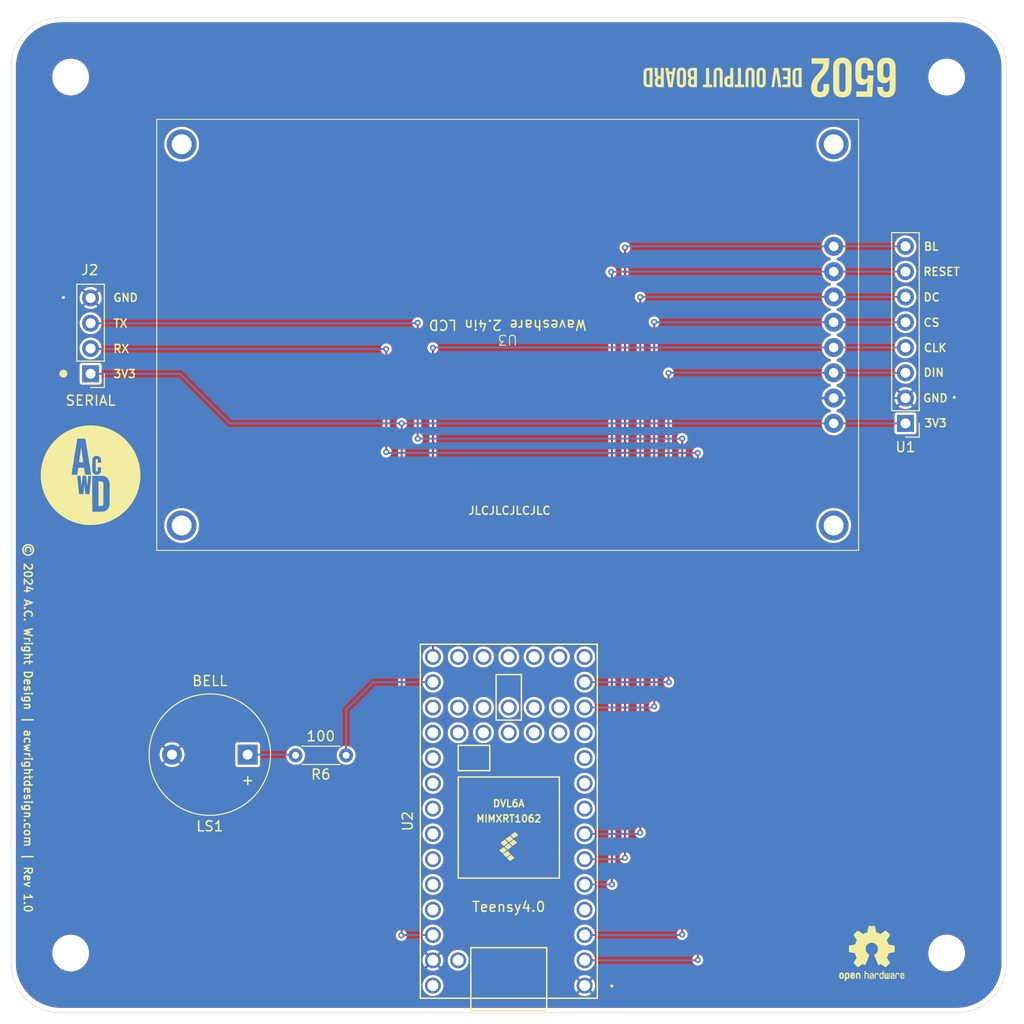
<source format=kicad_pcb>
(kicad_pcb (version 20241229) (generator "pcbnew") (generator_version "9.0")
  (title_block (title "6502 Dev Output Board") (date "2025-12-06") (rev "1.0") (company "A.C. Wright Design"))
  (layers (0 "F.Cu" signal "Top") (2 "B.Cu" signal "Bottom") (13 "F.Paste" user) (15 "B.Paste" user) (5 "F.SilkS" user "F.Silkscreen") (7 "B.SilkS" user "B.Silkscreen") (1 "F.Mask" user) (3 "B.Mask" user) (25 "Edge.Cuts" user))
  (net 0 "")
  (net 1 "GND")
  (net 2 "3V3")
  (net 11 "LCD_DC")
  (net 18 "Net-(LS1-+)")
  (net 20 "BELL")
  (net 23 "LCD_RESET")
  (net 26 "LCD_DATA")
  (net 28 "LCD_CLK")
  (net 31 "LCD_CS")
  (net 40 "LCD_BL")
  (net 42 "RX")
  (net 43 "TX")
  (footprint "MountingHole:MountingHole_3.2mm_M3" (layer "F.Cu") (at 184 56)
    (property "Reference" "H2" (hide yes))
    (property "Value" "MountingHole" (hide yes))
    (pad "" np_thru_hole circle (at 0 0) (size 3.2 3.2) (drill 3.2) (layers "*.Cu" "*.Mask"))
  )
  (footprint "MountingHole:MountingHole_3.2mm_M3" (layer "F.Cu") (at 96 144)
    (property "Reference" "H4" (hide yes))
    (property "Value" "MountingHole" (hide yes))
    (pad "" np_thru_hole circle (at 0 0) (size 3.2 3.2) (drill 3.2) (layers "*.Cu" "*.Mask"))
  )
  (footprint "MountingHole:MountingHole_3.2mm_M3" (layer "F.Cu") (at 96 56)
    (property "Reference" "H1" (hide yes))
    (property "Value" "MountingHole" (hide yes))
    (pad "" np_thru_hole circle (at 0 0) (size 3.2 3.2) (drill 3.2) (layers "*.Cu" "*.Mask"))
  )
  (footprint "MountingHole:MountingHole_3.2mm_M3" (layer "F.Cu") (at 184 144)
    (property "Reference" "H3" (hide yes))
    (property "Value" "MountingHole" (hide yes))
    (pad "" np_thru_hole circle (at 0 0) (size 3.2 3.2) (drill 3.2) (layers "*.Cu" "*.Mask"))
  )
  (footprint "A.C. Wright Logo:A.C. Wright Logo 10mm" (layer "F.Cu") (at 98 96)
    (property "Reference" "G***" (hide yes))
    (property "Value" "LOGO" (hide yes))
  )
  (footprint "6502 Logos:6502 Dev Output Board Logo 4mm" (layer "F.Cu") (at 161.888339 56.049876 180)
    (property "Reference" "G***" (hide yes))
    (property "Value" "LOGO" (hide yes))
  )
  (footprint "6502 Parts:Waveshare 2.4in LCD" (layer "F.Cu") (at 175.15 103.55 180)
    (property "Reference" "U3" (at 35.25 21.15 180) (layer "F.SilkS") (effects (font (thickness 0.1))))
    (property "Value" "Waveshare 2.4in LCD" (at 35.25 22.65 180) (layer "F.SilkS"))
    (pad "" np_thru_hole circle (at 2.5 2.5 180) (size 3 3) (drill 2) (layers "*.Cu" "*.Mask"))
    (pad "" np_thru_hole circle (at 2.5 40.8 180) (size 3 3) (drill 2) (layers "*.Cu" "*.Mask"))
    (pad "" np_thru_hole circle (at 68 2.5 180) (size 3 3) (drill 2) (layers "*.Cu" "*.Mask"))
    (pad "" np_thru_hole circle (at 68 40.8 180) (size 3 3) (drill 2) (layers "*.Cu" "*.Mask"))
    (pad "1" thru_hole circle (at 2.5 12.76 180) (size 1.905 1.905) (drill 0.9525) (layers "*.Cu" "*.Mask") (net 2 "3V3"))
    (pad "2" thru_hole circle (at 2.5 15.3 180) (size 1.905 1.905) (drill 0.9525) (layers "*.Cu" "*.Mask") (net 1 "GND"))
    (pad "3" thru_hole circle (at 2.5 17.84 180) (size 1.905 1.905) (drill 0.9525) (layers "*.Cu" "*.Mask") (net 26 "LCD_DATA"))
    (pad "4" thru_hole circle (at 2.5 20.38 180) (size 1.905 1.905) (drill 0.9525) (layers "*.Cu" "*.Mask") (net 28 "LCD_CLK"))
    (pad "5" thru_hole circle (at 2.5 22.92 180) (size 1.905 1.905) (drill 0.9525) (layers "*.Cu" "*.Mask") (net 31 "LCD_CS"))
    (pad "6" thru_hole circle (at 2.5 25.46 180) (size 1.905 1.905) (drill 0.9525) (layers "*.Cu" "*.Mask") (net 11 "LCD_DC"))
    (pad "7" thru_hole circle (at 2.5 28 180) (size 1.905 1.905) (drill 0.9525) (layers "*.Cu" "*.Mask") (net 23 "LCD_RESET"))
    (pad "8" thru_hole circle (at 2.5 30.54 180) (size 1.905 1.905) (drill 0.9525) (layers "*.Cu" "*.Mask") (net 40 "LCD_BL"))
  )
  (footprint "Resistor_THT:R_Axial_DIN0204_L3.6mm_D1.6mm_P5.08mm_Horizontal" (layer "F.Cu") (at 123.67 124.14 180)
    (property "Reference" "R6" (at 2.54 -1.92 0) (layer "F.SilkS"))
    (property "Value" "100" (at 2.54 1.92 0) (layer "F.SilkS"))
    (pad "1" thru_hole circle (at 0 0 180) (size 1.4 1.4) (drill 0.7) (layers "*.Cu" "*.Mask") (net 20 "BELL"))
    (pad "2" thru_hole circle (at 5.08 0 180) (size 1.4 1.4) (drill 0.7) (layers "*.Cu" "*.Mask") (net 18 "Net-(LS1-+)"))
  )
  (footprint "Connector_PinHeader_2.54mm:PinHeader_1x08_P2.54mm_Vertical" (layer "F.Cu") (at 179.86 90.79 180)
    (property "Reference" "U1" (at 0 -2.38 0) (layer "F.SilkS"))
    (property "Value" "Waveshare 2.4in LCD Header" (hide yes))
    (pad "1" thru_hole rect (at 0 0 180) (size 1.7 1.7) (drill 1) (layers "*.Cu" "*.Mask") (net 2 "3V3"))
    (pad "2" thru_hole circle (at 0 2.54 180) (size 1.7 1.7) (drill 1) (layers "*.Cu" "*.Mask") (net 1 "GND"))
    (pad "3" thru_hole circle (at 0 5.08 180) (size 1.7 1.7) (drill 1) (layers "*.Cu" "*.Mask") (net 26 "LCD_DATA"))
    (pad "4" thru_hole circle (at 0 7.62 180) (size 1.7 1.7) (drill 1) (layers "*.Cu" "*.Mask") (net 28 "LCD_CLK"))
    (pad "5" thru_hole circle (at 0 10.16 180) (size 1.7 1.7) (drill 1) (layers "*.Cu" "*.Mask") (net 31 "LCD_CS"))
    (pad "6" thru_hole circle (at 0 12.7 180) (size 1.7 1.7) (drill 1) (layers "*.Cu" "*.Mask") (net 11 "LCD_DC"))
    (pad "7" thru_hole circle (at 0 15.24 180) (size 1.7 1.7) (drill 1) (layers "*.Cu" "*.Mask") (net 23 "LCD_RESET"))
    (pad "8" thru_hole circle (at 0 17.78 180) (size 1.7 1.7) (drill 1) (layers "*.Cu" "*.Mask") (net 40 "LCD_BL"))
  )
  (footprint "6502 Parts:Teensy40" (layer "F.Cu") (at 140.01 130.76 90)
    (property "Reference" "U2" (at 0 -10.16 90) (layer "F.SilkS"))
    (property "Value" "Teensy4.0" (at -8.6 0 180) (layer "F.SilkS"))
    (fp_text user "DVL6A" (at 1.778 0 0) (layer "F.SilkS") (effects (font (size 0.7 0.7))))
    (fp_text user "MIMXRT1062" (at 0.254 0 0) (layer "F.SilkS") (effects (font (size 0.7 0.7))))
    (pad "1" thru_hole circle (at -16.51 7.62 90) (size 1.6 1.6) (drill 1.1) (layers "*.Cu" "*.Mask") (net 1 "GND"))
    (pad "2" thru_hole circle (at -13.97 7.62 90) (size 1.6 1.6) (drill 1.1) (layers "*.Cu" "*.Mask") (net 42 "RX"))
    (pad "3" thru_hole circle (at -11.43 7.62 90) (size 1.6 1.6) (drill 1.1) (layers "*.Cu" "*.Mask") (net 43 "TX"))
    (pad "4" thru_hole circle (at -8.89 7.62 90) (size 1.6 1.6) (drill 1.1) (layers "*.Cu" "*.Mask"))
    (pad "5" thru_hole circle (at -6.35 7.62 90) (size 1.6 1.6) (drill 1.1) (layers "*.Cu" "*.Mask") (net 23 "LCD_RESET"))
    (pad "6" thru_hole circle (at -3.81 7.62 90) (size 1.6 1.6) (drill 1.1) (layers "*.Cu" "*.Mask") (net 40 "LCD_BL"))
    (pad "7" thru_hole circle (at -1.27 7.62 90) (size 1.6 1.6) (drill 1.1) (layers "*.Cu" "*.Mask") (net 11 "LCD_DC"))
    (pad "8" thru_hole circle (at 1.27 7.62 90) (size 1.6 1.6) (drill 1.1) (layers "*.Cu" "*.Mask"))
    (pad "9" thru_hole circle (at 3.81 7.62 90) (size 1.6 1.6) (drill 1.1) (layers "*.Cu" "*.Mask"))
    (pad "10" thru_hole circle (at 6.35 7.62 90) (size 1.6 1.6) (drill 1.1) (layers "*.Cu" "*.Mask"))
    (pad "11" thru_hole circle (at 8.89 7.62 90) (size 1.6 1.6) (drill 1.1) (layers "*.Cu" "*.Mask"))
    (pad "12" thru_hole circle (at 11.43 7.62 90) (size 1.6 1.6) (drill 1.1) (layers "*.Cu" "*.Mask") (net 31 "LCD_CS"))
    (pad "13" thru_hole circle (at 13.97 7.62 90) (size 1.6 1.6) (drill 1.1) (layers "*.Cu" "*.Mask") (net 26 "LCD_DATA"))
    (pad "14" thru_hole circle (at 16.51 7.62 90) (size 1.6 1.6) (drill 1.1) (layers "*.Cu" "*.Mask"))
    (pad "15" thru_hole circle (at 16.51 5.08 90) (size 1.6 1.6) (drill 1.1) (layers "*.Cu" "*.Mask"))
    (pad "16" thru_hole circle (at 16.51 2.54 90) (size 1.6 1.6) (drill 1.1) (layers "*.Cu" "*.Mask"))
    (pad "17" thru_hole circle (at 16.51 0 90) (size 1.6 1.6) (drill 1.1) (layers "*.Cu" "*.Mask"))
    (pad "18" thru_hole circle (at 16.51 -2.54 90) (size 1.6 1.6) (drill 1.1) (layers "*.Cu" "*.Mask"))
    (pad "19" thru_hole circle (at 16.51 -5.08 90) (size 1.6 1.6) (drill 1.1) (layers "*.Cu" "*.Mask"))
    (pad "20" thru_hole circle (at 16.51 -7.62 90) (size 1.6 1.6) (drill 1.1) (layers "*.Cu" "*.Mask") (net 28 "LCD_CLK"))
    (pad "21" thru_hole circle (at 13.97 -7.62 90) (size 1.6 1.6) (drill 1.1) (layers "*.Cu" "*.Mask") (net 20 "BELL"))
    (pad "22" thru_hole circle (at 11.43 -7.62 90) (size 1.6 1.6) (drill 1.1) (layers "*.Cu" "*.Mask"))
    (pad "23" thru_hole circle (at 8.89 -7.62 90) (size 1.6 1.6) (drill 1.1) (layers "*.Cu" "*.Mask"))
    (pad "24" thru_hole circle (at 6.35 -7.62 90) (size 1.6 1.6) (drill 1.1) (layers "*.Cu" "*.Mask"))
    (pad "25" thru_hole circle (at 3.81 -7.62 90) (size 1.6 1.6) (drill 1.1) (layers "*.Cu" "*.Mask"))
    (pad "26" thru_hole circle (at 1.27 -7.62 90) (size 1.6 1.6) (drill 1.1) (layers "*.Cu" "*.Mask"))
    (pad "27" thru_hole circle (at -1.27 -7.62 90) (size 1.6 1.6) (drill 1.1) (layers "*.Cu" "*.Mask"))
    (pad "28" thru_hole circle (at -3.81 -7.62 90) (size 1.6 1.6) (drill 1.1) (layers "*.Cu" "*.Mask"))
    (pad "29" thru_hole circle (at -6.35 -7.62 90) (size 1.6 1.6) (drill 1.1) (layers "*.Cu" "*.Mask"))
    (pad "30" thru_hole circle (at -8.89 -7.62 90) (size 1.6 1.6) (drill 1.1) (layers "*.Cu" "*.Mask"))
    (pad "31" thru_hole circle (at -11.43 -7.62 90) (size 1.6 1.6) (drill 1.1) (layers "*.Cu" "*.Mask") (net 2 "3V3"))
    (pad "32" thru_hole circle (at -13.97 -7.62 90) (size 1.6 1.6) (drill 1.1) (layers "*.Cu" "*.Mask") (net 1 "GND"))
    (pad "33" thru_hole circle (at -16.51 -7.62 90) (size 1.6 1.6) (drill 1.1) (layers "*.Cu" "*.Mask"))
    (pad "34" thru_hole circle (at -13.97 -5.08 90) (size 1.6 1.6) (drill 1.1) (layers "*.Cu" "*.Mask"))
    (pad "35" thru_hole circle (at 11.43 -5.08 90) (size 1.6 1.6) (drill 1.1) (layers "*.Cu" "*.Mask"))
    (pad "36" thru_hole circle (at 8.89 -5.08 90) (size 1.6 1.6) (drill 1.1) (layers "*.Cu" "*.Mask"))
    (pad "37" thru_hole circle (at 11.43 -2.54 90) (size 1.6 1.6) (drill 1.1) (layers "*.Cu" "*.Mask"))
    (pad "38" thru_hole circle (at 8.89 -2.54 90) (size 1.6 1.6) (drill 1.1) (layers "*.Cu" "*.Mask"))
    (pad "39" thru_hole circle (at 11.43 0 90) (size 1.6 1.6) (drill 1.1) (layers "*.Cu" "*.Mask"))
    (pad "40" thru_hole circle (at 8.89 0 90) (size 1.6 1.6) (drill 1.1) (layers "*.Cu" "*.Mask"))
    (pad "41" thru_hole circle (at 11.43 2.54 90) (size 1.6 1.6) (drill 1.1) (layers "*.Cu" "*.Mask"))
    (pad "42" thru_hole circle (at 8.89 2.54 90) (size 1.6 1.6) (drill 1.1) (layers "*.Cu" "*.Mask"))
    (pad "43" thru_hole circle (at 11.43 5.08 90) (size 1.6 1.6) (drill 1.1) (layers "*.Cu" "*.Mask"))
    (pad "44" thru_hole circle (at 8.89 5.08 90) (size 1.6 1.6) (drill 1.1) (layers "*.Cu" "*.Mask"))
  )
  (footprint "Buzzer_Beeper:Buzzer_12x9.5RM7.6" (layer "F.Cu") (at 113.78 124.07 180)
    (property "Reference" "LS1" (at 3.8 -7.2 0) (layer "F.SilkS"))
    (property "Value" "BELL" (at 3.8 7.4 0) (layer "F.SilkS"))
    (fp_text user "+" (at -0.01 -2.54 0) (layer "F.SilkS"))
    (pad "1" thru_hole rect (at 0 0 180) (size 2 2) (drill 1) (layers "*.Cu" "*.Mask") (net 18 "Net-(LS1-+)"))
    (pad "2" thru_hole circle (at 7.6 0 180) (size 2 2) (drill 1) (layers "*.Cu" "*.Mask") (net 1 "GND"))
  )
  (footprint "Connector_PinHeader_2.54mm:PinHeader_1x04_P2.54mm_Vertical" (layer "F.Cu") (at 98 85.81 180)
    (property "Reference" "J2" (at 0.08 10.42 180) (layer "F.SilkS"))
    (property "Value" "SERIAL" (at 0 -2.69 180) (layer "F.SilkS"))
    (pad "1" thru_hole rect (at 0 0 180) (size 1.7 1.7) (drill 1) (layers "*.Cu" "*.Mask") (net 2 "3V3"))
    (pad "2" thru_hole circle (at 0 2.54 180) (size 1.7 1.7) (drill 1) (layers "*.Cu" "*.Mask") (net 42 "RX"))
    (pad "3" thru_hole circle (at 0 5.08 180) (size 1.7 1.7) (drill 1) (layers "*.Cu" "*.Mask") (net 43 "TX"))
    (pad "4" thru_hole circle (at 0 7.62 180) (size 1.7 1.7) (drill 1) (layers "*.Cu" "*.Mask") (net 1 "GND"))
  )
  (footprint "Symbol:OSHW-Logo2_7.3x6mm_SilkScreen" (layer "F.Cu") (at 176.48 144.05)
    (property "Reference" "REF**" (hide yes))
    (property "Value" "OSHW-Logo2_7.3x6mm_SilkScreen" (hide yes))
  )
  (gr_circle (center 95.27 85.8) (end 95.47 85.8) (stroke (width 0.4)) (fill no) (layer "F.SilkS"))
  (gr_line (start 90.0011 145.0036) (end 90.0011 55.0036) (stroke (width 0.05)) (layer "Edge.Cuts"))
  (gr_arc (start 95.0011 150.0036) (mid 91.465566 148.539134) (end 90.0011 145.0036) (stroke (width 0.05)) (layer "Edge.Cuts"))
  (gr_line (start 190.0011 55.0036) (end 190.0011 145.0036) (stroke (width 0.05)) (layer "Edge.Cuts"))
  (gr_arc (start 190.0011 145.0036) (mid 188.536634 148.539134) (end 185.0011 150.0036) (stroke (width 0.05)) (layer "Edge.Cuts"))
  (gr_arc (start 185.0011 50.0036) (mid 188.536634 51.468066) (end 190.0011 55.0036) (stroke (width 0.05)) (layer "Edge.Cuts"))
  (gr_line (start 95.0011 50.0036) (end 185.0011 50.0036) (stroke (width 0.05)) (layer "Edge.Cuts"))
  (gr_line (start 185.0011 150.0036) (end 95.0011 150.0036) (stroke (width 0.05)) (layer "Edge.Cuts"))
  (gr_arc (start 90.0011 55.0036) (mid 91.465566 51.468066) (end 95.0011 50.0036) (stroke (width 0.05)) (layer "Edge.Cuts"))
  (gr_text "RESET" (at 181.58 75.56 0) (layer "F.SilkS") (effects (font (size 0.8 0.8) (thickness 0.15) (bold yes)) (justify left)))
  (gr_text "GND" (at 181.55 88.26 0) (layer "F.SilkS") (effects (font (size 0.8 0.8) (thickness 0.15) (bold yes)) (justify left)))
  (gr_text "GND" (at 100.2 78.17 0) (layer "F.SilkS") (effects (font (size 0.8 0.8)) (justify left)))
  (gr_text "TX" (at 100.22 80.75 0) (layer "F.SilkS") (effects (font (size 0.8 0.8)) (justify left)))
  (gr_text "3V3" (at 181.68 90.77 0) (layer "F.SilkS") (effects (font (size 0.8 0.8) (thickness 0.15) (bold yes)) (justify left)))
  (gr_text "RX" (at 100.2 83.3 0) (layer "F.SilkS") (effects (font (size 0.8 0.8)) (justify left)))
  (gr_text "CS" (at 181.6 80.67 0) (layer "F.SilkS") (effects (font (size 0.8 0.8) (thickness 0.15) (bold yes)) (justify left)))
  (gr_text "DC" (at 181.6 78.13 0) (layer "F.SilkS") (effects (font (size 0.8 0.8) (thickness 0.15) (bold yes)) (justify left)))
  (gr_text "CLK" (at 181.63 83.21 0) (layer "F.SilkS") (effects (font (size 0.8 0.8) (thickness 0.15) (bold yes)) (justify left)))
  (gr_text "DIN" (at 181.6 85.69 0) (layer "F.SilkS") (effects (font (size 0.8 0.8) (thickness 0.15) (bold yes)) (justify left)))
  (gr_text "© 2024 A.C. Wright Design | acwrightdesign.com | Rev 1.0" (at 91.71 121.37 270) (layer "F.SilkS") (effects (font (size 0.8 0.8))))
  (gr_text "3V3" (at 100.22 85.82 0) (layer "F.SilkS") (effects (font (size 0.8 0.8)) (justify left)))
  (gr_text "BL" (at 181.63 73.03 0) (layer "F.SilkS") (effects (font (size 0.8 0.8) (thickness 0.15) (bold yes)) (justify left)))
  (gr_text "JLCJLCJLCJLC" (at 140.08 99.56 0) (layer "F.SilkS") (effects (font (size 0.8 0.8))))
  (via (at 150.36 147.32) (size 0.6) (drill 0.3) (layers "F.Cu" "B.Cu") (net 1))
  (via (at 184.76 88.18) (size 0.6) (drill 0.3) (layers "F.Cu" "B.Cu") (net 1))
  (via (at 95.27 78.14) (size 0.6) (drill 0.3) (layers "F.Cu" "B.Cu") (net 1))
  (segment (start 172.65 88.25) (end 179.86 88.25) (width 0.2) (layer "B.Cu") (net 1))
  (segment (start 129.22 142.23) (end 129.25 142.2) (width 0.2) (layer "F.Cu") (net 2))
  (segment (start 129.25 142.2) (end 129.25 90.79) (width 0.2) (layer "F.Cu") (net 2))
  (via (at 129.22 142.23) (size 0.6) (drill 0.3) (layers "F.Cu" "B.Cu") (net 2))
  (via (at 129.25 90.79) (size 0.6) (drill 0.3) (layers "F.Cu" "B.Cu") (net 2))
  (segment (start 129.51 142.19) (end 132.39 142.19) (width 0.2) (layer "B.Cu") (net 2))
  (segment (start 129.25 90.79) (end 172.65 90.79) (width 0.2) (layer "B.Cu") (net 2))
  (segment (start 111.98 90.79) (end 129.25 90.79) (width 0.2) (layer "B.Cu") (net 2))
  (segment (start 129.22 142.23) (end 129.47 142.23) (width 0.2) (layer "B.Cu") (net 2))
  (segment (start 172.65 90.79) (end 179.86 90.79) (width 0.2) (layer "B.Cu") (net 2))
  (segment (start 98 85.81) (end 107 85.81) (width 0.2) (layer "B.Cu") (net 2))
  (segment (start 107 85.81) (end 111.98 90.79) (width 0.2) (layer "B.Cu") (net 2))
  (segment (start 129.47 142.23) (end 129.51 142.19) (width 0.2) (layer "B.Cu") (net 2))
  (segment (start 153.22 131.91) (end 153.22 78.11) (width 0.2) (layer "F.Cu") (net 11))
  (via (at 153.22 78.11) (size 0.6) (drill 0.3) (layers "F.Cu" "B.Cu") (net 11))
  (via (at 153.22 131.91) (size 0.6) (drill 0.3) (layers "F.Cu" "B.Cu") (net 11))
  (segment (start 172.65 78.09) (end 179.86 78.09) (width 0.2) (layer "B.Cu") (net 11))
  (segment (start 153.24 78.09) (end 172.65 78.09) (width 0.2) (layer "B.Cu") (net 11))
  (segment (start 153.22 78.11) (end 153.24 78.09) (width 0.2) (layer "B.Cu") (net 11))
  (segment (start 147.63 132.03) (end 153.1 132.03) (width 0.2) (layer "B.Cu") (net 11))
  (segment (start 153.1 132.03) (end 153.22 131.91) (width 0.2) (layer "B.Cu") (net 11))
  (segment (start 118.52 124.07) (end 118.59 124.14) (width 0.2) (layer "B.Cu") (net 18))
  (segment (start 113.78 124.07) (end 118.52 124.07) (width 0.2) (layer "B.Cu") (net 18))
  (segment (start 126.42 116.79) (end 132.39 116.79) (width 0.2) (layer "B.Cu") (net 20))
  (segment (start 126.425 116.795) (end 126.42 116.79) (width 0.2) (layer "B.Cu") (net 20))
  (segment (start 123.67 119.55) (end 126.425 116.795) (width 0.2) (layer "B.Cu") (net 20))
  (segment (start 123.67 124.14) (end 123.67 119.55) (width 0.2) (layer "B.Cu") (net 20))
  (segment (start 150.37 137.1) (end 150.37 75.66) (width 0.2) (layer "F.Cu") (net 23))
  (segment (start 150.37 75.66) (end 150.29 75.58) (width 0.2) (layer "F.Cu") (net 23))
  (segment (start 150.38 137.11) (end 150.37 137.1) (width 0.2) (layer "F.Cu") (net 23))
  (via (at 150.29 75.58) (size 0.6) (drill 0.3) (layers "F.Cu" "B.Cu") (net 23))
  (via (at 150.38 137.11) (size 0.6) (drill 0.3) (layers "F.Cu" "B.Cu") (net 23))
  (segment (start 150.29 75.58) (end 150.32 75.55) (width 0.2) (layer "B.Cu") (net 23))
  (segment (start 150.38 137.11) (end 147.63 137.11) (width 0.2) (layer "B.Cu") (net 23))
  (segment (start 150.32 75.55) (end 172.65 75.55) (width 0.2) (layer "B.Cu") (net 23))
  (segment (start 172.65 75.55) (end 179.86 75.55) (width 0.2) (layer "B.Cu") (net 23))
  (segment (start 156.06 116.76) (end 156.09 116.79) (width 0.2) (layer "F.Cu") (net 26))
  (segment (start 156.06 85.73) (end 156.06 116.76) (width 0.2) (layer "F.Cu") (net 26))
  (via (at 156.06 85.73) (size 0.6) (drill 0.3) (layers "F.Cu" "B.Cu") (net 26))
  (via (at 156.09 116.79) (size 0.6) (drill 0.3) (layers "F.Cu" "B.Cu") (net 26))
  (segment (start 156.18 85.73) (end 156.2 85.71) (width 0.2) (layer "B.Cu") (net 26))
  (segment (start 156.2 85.71) (end 172.65 85.71) (width 0.2) (layer "B.Cu") (net 26))
  (segment (start 156.06 85.73) (end 156.18 85.73) (width 0.2) (layer "B.Cu") (net 26))
  (segment (start 172.65 85.71) (end 179.86 85.71) (width 0.2) (layer "B.Cu") (net 26))
  (segment (start 156.09 116.79) (end 147.63 116.79) (width 0.2) (layer "B.Cu") (net 26))
  (segment (start 132.39 83.2) (end 132.39 114.25) (width 0.2) (layer "F.Cu") (net 28))
  (via (at 132.39 83.2) (size 0.6) (drill 0.3) (layers "F.Cu" "B.Cu") (net 28))
  (segment (start 172.65 83.17) (end 179.86 83.17) (width 0.2) (layer "B.Cu") (net 28))
  (segment (start 132.48 83.17) (end 172.65 83.17) (width 0.2) (layer "B.Cu") (net 28))
  (segment (start 132.45 83.2) (end 132.48 83.17) (width 0.2) (layer "B.Cu") (net 28))
  (segment (start 132.39 83.2) (end 132.45 83.2) (width 0.2) (layer "B.Cu") (net 28))
  (segment (start 154.61 80.6) (end 154.61 80.74) (width 0.2) (layer "F.Cu") (net 31))
  (segment (start 154.62 80.75) (end 154.62 119.23) (width 0.2) (layer "F.Cu") (net 31))
  (segment (start 154.61 80.74) (end 154.62 80.75) (width 0.2) (layer "F.Cu") (net 31))
  (via (at 154.62 119.23) (size 0.6) (drill 0.3) (layers "F.Cu" "B.Cu") (net 31))
  (via (at 154.61 80.6) (size 0.6) (drill 0.3) (layers "F.Cu" "B.Cu") (net 31))
  (segment (start 172.65 80.63) (end 179.86 80.63) (width 0.2) (layer "B.Cu") (net 31))
  (segment (start 154.52 119.33) (end 154.62 119.23) (width 0.2) (layer "B.Cu") (net 31))
  (segment (start 154.71 80.6) (end 154.74 80.63) (width 0.2) (layer "B.Cu") (net 31))
  (segment (start 147.63 119.33) (end 154.52 119.33) (width 0.2) (layer "B.Cu") (net 31))
  (segment (start 154.61 80.6) (end 154.71 80.6) (width 0.2) (layer "B.Cu") (net 31))
  (segment (start 154.74 80.63) (end 172.65 80.63) (width 0.2) (layer "B.Cu") (net 31))
  (segment (start 151.68 134.43) (end 151.68 73.13) (width 0.2) (layer "F.Cu") (net 40))
  (via (at 151.68 134.43) (size 0.6) (drill 0.3) (layers "F.Cu" "B.Cu") (net 40))
  (via (at 151.68 73.13) (size 0.6) (drill 0.3) (layers "F.Cu" "B.Cu") (net 40))
  (segment (start 147.63 134.57) (end 151.54 134.57) (width 0.2) (layer "B.Cu") (net 40))
  (segment (start 151.8 73.01) (end 172.65 73.01) (width 0.2) (layer "B.Cu") (net 40))
  (segment (start 179.86 73.01) (end 172.65 73.01) (width 0.2) (layer "B.Cu") (net 40))
  (segment (start 151.54 134.57) (end 151.68 134.43) (width 0.2) (layer "B.Cu") (net 40))
  (segment (start 151.68 73.13) (end 151.8 73.01) (width 0.2) (layer "B.Cu") (net 40))
  (segment (start 159 144.7) (end 159 93.76) (width 0.2) (layer "F.Cu") (net 42))
  (segment (start 127.7 93.67) (end 127.7 83.32) (width 0.2) (layer "F.Cu") (net 42))
  (via (at 159 144.7) (size 0.6) (drill 0.3) (layers "F.Cu" "B.Cu") (net 42))
  (via (at 127.7 83.32) (size 0.6) (drill 0.3) (layers "F.Cu" "B.Cu") (net 42))
  (via (at 159 93.76) (size 0.6) (drill 0.3) (layers "F.Cu" "B.Cu") (net 42))
  (via (at 127.7 93.67) (size 0.6) (drill 0.3) (layers "F.Cu" "B.Cu") (net 42))
  (segment (start 158.97 144.73) (end 159 144.7) (width 0.2) (layer "B.Cu") (net 42))
  (segment (start 127.79 93.76) (end 127.7 93.67) (width 0.2) (layer "B.Cu") (net 42))
  (segment (start 98.05 83.32) (end 98 83.27) (width 0.2) (layer "B.Cu") (net 42))
  (segment (start 147.63 144.73) (end 158.97 144.73) (width 0.2) (layer "B.Cu") (net 42))
  (segment (start 159 93.76) (end 127.79 93.76) (width 0.2) (layer "B.Cu") (net 42))
  (segment (start 127.7 83.32) (end 98.05 83.32) (width 0.2) (layer "B.Cu") (net 42))
  (segment (start 157.43 92.32) (end 157.43 142.14) (width 0.2) (layer "F.Cu") (net 43))
  (segment (start 130.86 80.69) (end 130.86 92.33) (width 0.2) (layer "F.Cu") (net 43))
  (via (at 130.86 92.33) (size 0.6) (drill 0.3) (layers "F.Cu" "B.Cu") (net 43))
  (via (at 130.86 80.69) (size 0.6) (drill 0.3) (layers "F.Cu" "B.Cu") (net 43))
  (via (at 157.43 142.14) (size 0.6) (drill 0.3) (layers "F.Cu" "B.Cu") (net 43))
  (via (at 157.43 92.32) (size 0.6) (drill 0.3) (layers "F.Cu" "B.Cu") (net 43))
  (segment (start 130.64 80.73) (end 98 80.73) (width 0.2) (layer "B.Cu") (net 43))
  (segment (start 157.15 142.19) (end 147.63 142.19) (width 0.2) (layer "B.Cu") (net 43))
  (segment (start 157.28 92.32) (end 157.27 92.33) (width 0.2) (layer "B.Cu") (net 43))
  (segment (start 130.86 80.69) (end 130.68 80.69) (width 0.2) (layer "B.Cu") (net 43))
  (segment (start 130.68 80.69) (end 130.64 80.73) (width 0.2) (layer "B.Cu") (net 43))
  (segment (start 157.27 92.33) (end 130.86 92.33) (width 0.2) (layer "B.Cu") (net 43))
  (segment (start 157.43 142.14) (end 157.2 142.14) (width 0.2) (layer "B.Cu") (net 43))
  (segment (start 157.43 92.32) (end 157.28 92.32) (width 0.2) (layer "B.Cu") (net 43))
  (segment (start 157.2 142.14) (end 157.15 142.19) (width 0.2) (layer "B.Cu") (net 43))
  (zone (net 1) (net_name "GND") (layer "F.Cu") (connect_pads (clearance 0.254)) (min_thickness 0.254) (fill yes (thermal_gap 0.254) (thermal_bridge_width 0.254))
    (polygon (pts (xy 191.77 151.13) (xy 88.9 151.13) (xy 88.9 48.26) (xy 191.77 48.26)))
  )
  (zone (net 1) (net_name "GND") (layer "B.Cu") (connect_pads (clearance 0.254)) (min_thickness 0.254) (fill yes (thermal_gap 0.254) (thermal_bridge_width 0.254))
    (polygon (pts (xy 191.77 151.13) (xy 88.9 151.13) (xy 88.9 48.26) (xy 191.77 48.26)))
  )
)
</source>
